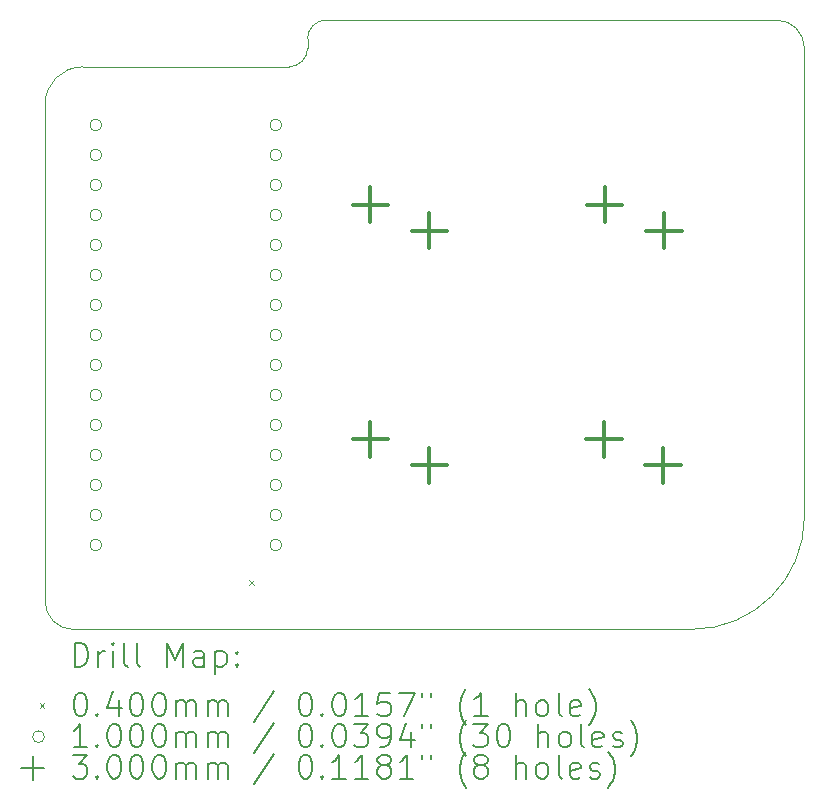
<source format=gbr>
%FSLAX45Y45*%
G04 Gerber Fmt 4.5, Leading zero omitted, Abs format (unit mm)*
G04 Created by KiCad (PCBNEW (6.0.5)) date 2022-09-29 17:00:37*
%MOMM*%
%LPD*%
G01*
G04 APERTURE LIST*
%TA.AperFunction,Profile*%
%ADD10C,0.100000*%
%TD*%
%ADD11C,0.200000*%
%ADD12C,0.040000*%
%ADD13C,0.100000*%
%ADD14C,0.300000*%
G04 APERTURE END LIST*
D10*
X12065000Y-6667500D02*
X15875000Y-6667500D01*
X11906250Y-6905625D02*
X11906250Y-6826250D01*
X10001250Y-7064375D02*
X11747500Y-7064375D01*
X11747500Y-7064375D02*
G75*
G03*
X11906250Y-6905625I0J158750D01*
G01*
X12065000Y-6667500D02*
G75*
G03*
X11906250Y-6826250I0J-158750D01*
G01*
X9683750Y-11588750D02*
X9683750Y-7381875D01*
X10001250Y-7064375D02*
G75*
G03*
X9683750Y-7381875I0J-317500D01*
G01*
X16113125Y-6905625D02*
G75*
G03*
X15875000Y-6667500I-238125J0D01*
G01*
X9921875Y-11826875D02*
X15160625Y-11826875D01*
X16113125Y-10874375D02*
X16113125Y-6905625D01*
X9683750Y-11588750D02*
G75*
G03*
X9921875Y-11826875I238125J0D01*
G01*
X15160625Y-11826875D02*
G75*
G03*
X16113125Y-10874375I0J952500D01*
G01*
D11*
D12*
X11410000Y-11410000D02*
X11450000Y-11450000D01*
X11450000Y-11410000D02*
X11410000Y-11450000D01*
D13*
X10163375Y-7556995D02*
G75*
G03*
X10163375Y-7556995I-50000J0D01*
G01*
X10163375Y-7810995D02*
G75*
G03*
X10163375Y-7810995I-50000J0D01*
G01*
X10163375Y-8064995D02*
G75*
G03*
X10163375Y-8064995I-50000J0D01*
G01*
X10163375Y-8318995D02*
G75*
G03*
X10163375Y-8318995I-50000J0D01*
G01*
X10163375Y-8572995D02*
G75*
G03*
X10163375Y-8572995I-50000J0D01*
G01*
X10163375Y-8826995D02*
G75*
G03*
X10163375Y-8826995I-50000J0D01*
G01*
X10163375Y-9080995D02*
G75*
G03*
X10163375Y-9080995I-50000J0D01*
G01*
X10163375Y-9334995D02*
G75*
G03*
X10163375Y-9334995I-50000J0D01*
G01*
X10163375Y-9588995D02*
G75*
G03*
X10163375Y-9588995I-50000J0D01*
G01*
X10163375Y-9842995D02*
G75*
G03*
X10163375Y-9842995I-50000J0D01*
G01*
X10163375Y-10096995D02*
G75*
G03*
X10163375Y-10096995I-50000J0D01*
G01*
X10163375Y-10350995D02*
G75*
G03*
X10163375Y-10350995I-50000J0D01*
G01*
X10163375Y-10604995D02*
G75*
G03*
X10163375Y-10604995I-50000J0D01*
G01*
X10163375Y-10858995D02*
G75*
G03*
X10163375Y-10858995I-50000J0D01*
G01*
X10163375Y-11112995D02*
G75*
G03*
X10163375Y-11112995I-50000J0D01*
G01*
X11687375Y-7556995D02*
G75*
G03*
X11687375Y-7556995I-50000J0D01*
G01*
X11687375Y-7810995D02*
G75*
G03*
X11687375Y-7810995I-50000J0D01*
G01*
X11687375Y-8064995D02*
G75*
G03*
X11687375Y-8064995I-50000J0D01*
G01*
X11687375Y-8318995D02*
G75*
G03*
X11687375Y-8318995I-50000J0D01*
G01*
X11687375Y-8572995D02*
G75*
G03*
X11687375Y-8572995I-50000J0D01*
G01*
X11687375Y-8826995D02*
G75*
G03*
X11687375Y-8826995I-50000J0D01*
G01*
X11687375Y-9080995D02*
G75*
G03*
X11687375Y-9080995I-50000J0D01*
G01*
X11687375Y-9334995D02*
G75*
G03*
X11687375Y-9334995I-50000J0D01*
G01*
X11687375Y-9588995D02*
G75*
G03*
X11687375Y-9588995I-50000J0D01*
G01*
X11687375Y-9842995D02*
G75*
G03*
X11687375Y-9842995I-50000J0D01*
G01*
X11687375Y-10096995D02*
G75*
G03*
X11687375Y-10096995I-50000J0D01*
G01*
X11687375Y-10350995D02*
G75*
G03*
X11687375Y-10350995I-50000J0D01*
G01*
X11687375Y-10604995D02*
G75*
G03*
X11687375Y-10604995I-50000J0D01*
G01*
X11687375Y-10858995D02*
G75*
G03*
X11687375Y-10858995I-50000J0D01*
G01*
X11687375Y-11112995D02*
G75*
G03*
X11687375Y-11112995I-50000J0D01*
G01*
D14*
X12438125Y-8080000D02*
X12438125Y-8380000D01*
X12288125Y-8230000D02*
X12588125Y-8230000D01*
X12438125Y-10067500D02*
X12438125Y-10367500D01*
X12288125Y-10217500D02*
X12588125Y-10217500D01*
X12938125Y-8300000D02*
X12938125Y-8600000D01*
X12788125Y-8450000D02*
X13088125Y-8450000D01*
X12938125Y-10287500D02*
X12938125Y-10587500D01*
X12788125Y-10437500D02*
X13088125Y-10437500D01*
X14416875Y-10067500D02*
X14416875Y-10367500D01*
X14266875Y-10217500D02*
X14566875Y-10217500D01*
X14422500Y-8080000D02*
X14422500Y-8380000D01*
X14272500Y-8230000D02*
X14572500Y-8230000D01*
X14916875Y-10287500D02*
X14916875Y-10587500D01*
X14766875Y-10437500D02*
X15066875Y-10437500D01*
X14922500Y-8300000D02*
X14922500Y-8600000D01*
X14772500Y-8450000D02*
X15072500Y-8450000D01*
D11*
X9936369Y-12142351D02*
X9936369Y-11942351D01*
X9983988Y-11942351D01*
X10012560Y-11951875D01*
X10031607Y-11970923D01*
X10041131Y-11989970D01*
X10050655Y-12028065D01*
X10050655Y-12056637D01*
X10041131Y-12094732D01*
X10031607Y-12113780D01*
X10012560Y-12132827D01*
X9983988Y-12142351D01*
X9936369Y-12142351D01*
X10136369Y-12142351D02*
X10136369Y-12009018D01*
X10136369Y-12047113D02*
X10145893Y-12028065D01*
X10155417Y-12018542D01*
X10174464Y-12009018D01*
X10193512Y-12009018D01*
X10260179Y-12142351D02*
X10260179Y-12009018D01*
X10260179Y-11942351D02*
X10250655Y-11951875D01*
X10260179Y-11961399D01*
X10269702Y-11951875D01*
X10260179Y-11942351D01*
X10260179Y-11961399D01*
X10383988Y-12142351D02*
X10364940Y-12132827D01*
X10355417Y-12113780D01*
X10355417Y-11942351D01*
X10488750Y-12142351D02*
X10469702Y-12132827D01*
X10460179Y-12113780D01*
X10460179Y-11942351D01*
X10717321Y-12142351D02*
X10717321Y-11942351D01*
X10783988Y-12085208D01*
X10850655Y-11942351D01*
X10850655Y-12142351D01*
X11031607Y-12142351D02*
X11031607Y-12037589D01*
X11022083Y-12018542D01*
X11003036Y-12009018D01*
X10964940Y-12009018D01*
X10945893Y-12018542D01*
X11031607Y-12132827D02*
X11012560Y-12142351D01*
X10964940Y-12142351D01*
X10945893Y-12132827D01*
X10936369Y-12113780D01*
X10936369Y-12094732D01*
X10945893Y-12075684D01*
X10964940Y-12066161D01*
X11012560Y-12066161D01*
X11031607Y-12056637D01*
X11126845Y-12009018D02*
X11126845Y-12209018D01*
X11126845Y-12018542D02*
X11145893Y-12009018D01*
X11183988Y-12009018D01*
X11203036Y-12018542D01*
X11212559Y-12028065D01*
X11222083Y-12047113D01*
X11222083Y-12104256D01*
X11212559Y-12123303D01*
X11203036Y-12132827D01*
X11183988Y-12142351D01*
X11145893Y-12142351D01*
X11126845Y-12132827D01*
X11307798Y-12123303D02*
X11317321Y-12132827D01*
X11307798Y-12142351D01*
X11298274Y-12132827D01*
X11307798Y-12123303D01*
X11307798Y-12142351D01*
X11307798Y-12018542D02*
X11317321Y-12028065D01*
X11307798Y-12037589D01*
X11298274Y-12028065D01*
X11307798Y-12018542D01*
X11307798Y-12037589D01*
D12*
X9638750Y-12451875D02*
X9678750Y-12491875D01*
X9678750Y-12451875D02*
X9638750Y-12491875D01*
D11*
X9974464Y-12362351D02*
X9993512Y-12362351D01*
X10012560Y-12371875D01*
X10022083Y-12381399D01*
X10031607Y-12400446D01*
X10041131Y-12438542D01*
X10041131Y-12486161D01*
X10031607Y-12524256D01*
X10022083Y-12543303D01*
X10012560Y-12552827D01*
X9993512Y-12562351D01*
X9974464Y-12562351D01*
X9955417Y-12552827D01*
X9945893Y-12543303D01*
X9936369Y-12524256D01*
X9926845Y-12486161D01*
X9926845Y-12438542D01*
X9936369Y-12400446D01*
X9945893Y-12381399D01*
X9955417Y-12371875D01*
X9974464Y-12362351D01*
X10126845Y-12543303D02*
X10136369Y-12552827D01*
X10126845Y-12562351D01*
X10117321Y-12552827D01*
X10126845Y-12543303D01*
X10126845Y-12562351D01*
X10307798Y-12429018D02*
X10307798Y-12562351D01*
X10260179Y-12352827D02*
X10212560Y-12495684D01*
X10336369Y-12495684D01*
X10450655Y-12362351D02*
X10469702Y-12362351D01*
X10488750Y-12371875D01*
X10498274Y-12381399D01*
X10507798Y-12400446D01*
X10517321Y-12438542D01*
X10517321Y-12486161D01*
X10507798Y-12524256D01*
X10498274Y-12543303D01*
X10488750Y-12552827D01*
X10469702Y-12562351D01*
X10450655Y-12562351D01*
X10431607Y-12552827D01*
X10422083Y-12543303D01*
X10412560Y-12524256D01*
X10403036Y-12486161D01*
X10403036Y-12438542D01*
X10412560Y-12400446D01*
X10422083Y-12381399D01*
X10431607Y-12371875D01*
X10450655Y-12362351D01*
X10641131Y-12362351D02*
X10660179Y-12362351D01*
X10679226Y-12371875D01*
X10688750Y-12381399D01*
X10698274Y-12400446D01*
X10707798Y-12438542D01*
X10707798Y-12486161D01*
X10698274Y-12524256D01*
X10688750Y-12543303D01*
X10679226Y-12552827D01*
X10660179Y-12562351D01*
X10641131Y-12562351D01*
X10622083Y-12552827D01*
X10612560Y-12543303D01*
X10603036Y-12524256D01*
X10593512Y-12486161D01*
X10593512Y-12438542D01*
X10603036Y-12400446D01*
X10612560Y-12381399D01*
X10622083Y-12371875D01*
X10641131Y-12362351D01*
X10793512Y-12562351D02*
X10793512Y-12429018D01*
X10793512Y-12448065D02*
X10803036Y-12438542D01*
X10822083Y-12429018D01*
X10850655Y-12429018D01*
X10869702Y-12438542D01*
X10879226Y-12457589D01*
X10879226Y-12562351D01*
X10879226Y-12457589D02*
X10888750Y-12438542D01*
X10907798Y-12429018D01*
X10936369Y-12429018D01*
X10955417Y-12438542D01*
X10964940Y-12457589D01*
X10964940Y-12562351D01*
X11060179Y-12562351D02*
X11060179Y-12429018D01*
X11060179Y-12448065D02*
X11069702Y-12438542D01*
X11088750Y-12429018D01*
X11117321Y-12429018D01*
X11136369Y-12438542D01*
X11145893Y-12457589D01*
X11145893Y-12562351D01*
X11145893Y-12457589D02*
X11155417Y-12438542D01*
X11174464Y-12429018D01*
X11203036Y-12429018D01*
X11222083Y-12438542D01*
X11231607Y-12457589D01*
X11231607Y-12562351D01*
X11622083Y-12352827D02*
X11450655Y-12609970D01*
X11879226Y-12362351D02*
X11898274Y-12362351D01*
X11917321Y-12371875D01*
X11926845Y-12381399D01*
X11936369Y-12400446D01*
X11945893Y-12438542D01*
X11945893Y-12486161D01*
X11936369Y-12524256D01*
X11926845Y-12543303D01*
X11917321Y-12552827D01*
X11898274Y-12562351D01*
X11879226Y-12562351D01*
X11860178Y-12552827D01*
X11850655Y-12543303D01*
X11841131Y-12524256D01*
X11831607Y-12486161D01*
X11831607Y-12438542D01*
X11841131Y-12400446D01*
X11850655Y-12381399D01*
X11860178Y-12371875D01*
X11879226Y-12362351D01*
X12031607Y-12543303D02*
X12041131Y-12552827D01*
X12031607Y-12562351D01*
X12022083Y-12552827D01*
X12031607Y-12543303D01*
X12031607Y-12562351D01*
X12164940Y-12362351D02*
X12183988Y-12362351D01*
X12203036Y-12371875D01*
X12212559Y-12381399D01*
X12222083Y-12400446D01*
X12231607Y-12438542D01*
X12231607Y-12486161D01*
X12222083Y-12524256D01*
X12212559Y-12543303D01*
X12203036Y-12552827D01*
X12183988Y-12562351D01*
X12164940Y-12562351D01*
X12145893Y-12552827D01*
X12136369Y-12543303D01*
X12126845Y-12524256D01*
X12117321Y-12486161D01*
X12117321Y-12438542D01*
X12126845Y-12400446D01*
X12136369Y-12381399D01*
X12145893Y-12371875D01*
X12164940Y-12362351D01*
X12422083Y-12562351D02*
X12307798Y-12562351D01*
X12364940Y-12562351D02*
X12364940Y-12362351D01*
X12345893Y-12390923D01*
X12326845Y-12409970D01*
X12307798Y-12419494D01*
X12603036Y-12362351D02*
X12507798Y-12362351D01*
X12498274Y-12457589D01*
X12507798Y-12448065D01*
X12526845Y-12438542D01*
X12574464Y-12438542D01*
X12593512Y-12448065D01*
X12603036Y-12457589D01*
X12612559Y-12476637D01*
X12612559Y-12524256D01*
X12603036Y-12543303D01*
X12593512Y-12552827D01*
X12574464Y-12562351D01*
X12526845Y-12562351D01*
X12507798Y-12552827D01*
X12498274Y-12543303D01*
X12679226Y-12362351D02*
X12812559Y-12362351D01*
X12726845Y-12562351D01*
X12879226Y-12362351D02*
X12879226Y-12400446D01*
X12955417Y-12362351D02*
X12955417Y-12400446D01*
X13250655Y-12638542D02*
X13241131Y-12629018D01*
X13222083Y-12600446D01*
X13212559Y-12581399D01*
X13203036Y-12552827D01*
X13193512Y-12505208D01*
X13193512Y-12467113D01*
X13203036Y-12419494D01*
X13212559Y-12390923D01*
X13222083Y-12371875D01*
X13241131Y-12343303D01*
X13250655Y-12333780D01*
X13431607Y-12562351D02*
X13317321Y-12562351D01*
X13374464Y-12562351D02*
X13374464Y-12362351D01*
X13355417Y-12390923D01*
X13336369Y-12409970D01*
X13317321Y-12419494D01*
X13669702Y-12562351D02*
X13669702Y-12362351D01*
X13755417Y-12562351D02*
X13755417Y-12457589D01*
X13745893Y-12438542D01*
X13726845Y-12429018D01*
X13698274Y-12429018D01*
X13679226Y-12438542D01*
X13669702Y-12448065D01*
X13879226Y-12562351D02*
X13860178Y-12552827D01*
X13850655Y-12543303D01*
X13841131Y-12524256D01*
X13841131Y-12467113D01*
X13850655Y-12448065D01*
X13860178Y-12438542D01*
X13879226Y-12429018D01*
X13907798Y-12429018D01*
X13926845Y-12438542D01*
X13936369Y-12448065D01*
X13945893Y-12467113D01*
X13945893Y-12524256D01*
X13936369Y-12543303D01*
X13926845Y-12552827D01*
X13907798Y-12562351D01*
X13879226Y-12562351D01*
X14060178Y-12562351D02*
X14041131Y-12552827D01*
X14031607Y-12533780D01*
X14031607Y-12362351D01*
X14212559Y-12552827D02*
X14193512Y-12562351D01*
X14155417Y-12562351D01*
X14136369Y-12552827D01*
X14126845Y-12533780D01*
X14126845Y-12457589D01*
X14136369Y-12438542D01*
X14155417Y-12429018D01*
X14193512Y-12429018D01*
X14212559Y-12438542D01*
X14222083Y-12457589D01*
X14222083Y-12476637D01*
X14126845Y-12495684D01*
X14288750Y-12638542D02*
X14298274Y-12629018D01*
X14317321Y-12600446D01*
X14326845Y-12581399D01*
X14336369Y-12552827D01*
X14345893Y-12505208D01*
X14345893Y-12467113D01*
X14336369Y-12419494D01*
X14326845Y-12390923D01*
X14317321Y-12371875D01*
X14298274Y-12343303D01*
X14288750Y-12333780D01*
D13*
X9678750Y-12735875D02*
G75*
G03*
X9678750Y-12735875I-50000J0D01*
G01*
D11*
X10041131Y-12826351D02*
X9926845Y-12826351D01*
X9983988Y-12826351D02*
X9983988Y-12626351D01*
X9964940Y-12654923D01*
X9945893Y-12673970D01*
X9926845Y-12683494D01*
X10126845Y-12807303D02*
X10136369Y-12816827D01*
X10126845Y-12826351D01*
X10117321Y-12816827D01*
X10126845Y-12807303D01*
X10126845Y-12826351D01*
X10260179Y-12626351D02*
X10279226Y-12626351D01*
X10298274Y-12635875D01*
X10307798Y-12645399D01*
X10317321Y-12664446D01*
X10326845Y-12702542D01*
X10326845Y-12750161D01*
X10317321Y-12788256D01*
X10307798Y-12807303D01*
X10298274Y-12816827D01*
X10279226Y-12826351D01*
X10260179Y-12826351D01*
X10241131Y-12816827D01*
X10231607Y-12807303D01*
X10222083Y-12788256D01*
X10212560Y-12750161D01*
X10212560Y-12702542D01*
X10222083Y-12664446D01*
X10231607Y-12645399D01*
X10241131Y-12635875D01*
X10260179Y-12626351D01*
X10450655Y-12626351D02*
X10469702Y-12626351D01*
X10488750Y-12635875D01*
X10498274Y-12645399D01*
X10507798Y-12664446D01*
X10517321Y-12702542D01*
X10517321Y-12750161D01*
X10507798Y-12788256D01*
X10498274Y-12807303D01*
X10488750Y-12816827D01*
X10469702Y-12826351D01*
X10450655Y-12826351D01*
X10431607Y-12816827D01*
X10422083Y-12807303D01*
X10412560Y-12788256D01*
X10403036Y-12750161D01*
X10403036Y-12702542D01*
X10412560Y-12664446D01*
X10422083Y-12645399D01*
X10431607Y-12635875D01*
X10450655Y-12626351D01*
X10641131Y-12626351D02*
X10660179Y-12626351D01*
X10679226Y-12635875D01*
X10688750Y-12645399D01*
X10698274Y-12664446D01*
X10707798Y-12702542D01*
X10707798Y-12750161D01*
X10698274Y-12788256D01*
X10688750Y-12807303D01*
X10679226Y-12816827D01*
X10660179Y-12826351D01*
X10641131Y-12826351D01*
X10622083Y-12816827D01*
X10612560Y-12807303D01*
X10603036Y-12788256D01*
X10593512Y-12750161D01*
X10593512Y-12702542D01*
X10603036Y-12664446D01*
X10612560Y-12645399D01*
X10622083Y-12635875D01*
X10641131Y-12626351D01*
X10793512Y-12826351D02*
X10793512Y-12693018D01*
X10793512Y-12712065D02*
X10803036Y-12702542D01*
X10822083Y-12693018D01*
X10850655Y-12693018D01*
X10869702Y-12702542D01*
X10879226Y-12721589D01*
X10879226Y-12826351D01*
X10879226Y-12721589D02*
X10888750Y-12702542D01*
X10907798Y-12693018D01*
X10936369Y-12693018D01*
X10955417Y-12702542D01*
X10964940Y-12721589D01*
X10964940Y-12826351D01*
X11060179Y-12826351D02*
X11060179Y-12693018D01*
X11060179Y-12712065D02*
X11069702Y-12702542D01*
X11088750Y-12693018D01*
X11117321Y-12693018D01*
X11136369Y-12702542D01*
X11145893Y-12721589D01*
X11145893Y-12826351D01*
X11145893Y-12721589D02*
X11155417Y-12702542D01*
X11174464Y-12693018D01*
X11203036Y-12693018D01*
X11222083Y-12702542D01*
X11231607Y-12721589D01*
X11231607Y-12826351D01*
X11622083Y-12616827D02*
X11450655Y-12873970D01*
X11879226Y-12626351D02*
X11898274Y-12626351D01*
X11917321Y-12635875D01*
X11926845Y-12645399D01*
X11936369Y-12664446D01*
X11945893Y-12702542D01*
X11945893Y-12750161D01*
X11936369Y-12788256D01*
X11926845Y-12807303D01*
X11917321Y-12816827D01*
X11898274Y-12826351D01*
X11879226Y-12826351D01*
X11860178Y-12816827D01*
X11850655Y-12807303D01*
X11841131Y-12788256D01*
X11831607Y-12750161D01*
X11831607Y-12702542D01*
X11841131Y-12664446D01*
X11850655Y-12645399D01*
X11860178Y-12635875D01*
X11879226Y-12626351D01*
X12031607Y-12807303D02*
X12041131Y-12816827D01*
X12031607Y-12826351D01*
X12022083Y-12816827D01*
X12031607Y-12807303D01*
X12031607Y-12826351D01*
X12164940Y-12626351D02*
X12183988Y-12626351D01*
X12203036Y-12635875D01*
X12212559Y-12645399D01*
X12222083Y-12664446D01*
X12231607Y-12702542D01*
X12231607Y-12750161D01*
X12222083Y-12788256D01*
X12212559Y-12807303D01*
X12203036Y-12816827D01*
X12183988Y-12826351D01*
X12164940Y-12826351D01*
X12145893Y-12816827D01*
X12136369Y-12807303D01*
X12126845Y-12788256D01*
X12117321Y-12750161D01*
X12117321Y-12702542D01*
X12126845Y-12664446D01*
X12136369Y-12645399D01*
X12145893Y-12635875D01*
X12164940Y-12626351D01*
X12298274Y-12626351D02*
X12422083Y-12626351D01*
X12355417Y-12702542D01*
X12383988Y-12702542D01*
X12403036Y-12712065D01*
X12412559Y-12721589D01*
X12422083Y-12740637D01*
X12422083Y-12788256D01*
X12412559Y-12807303D01*
X12403036Y-12816827D01*
X12383988Y-12826351D01*
X12326845Y-12826351D01*
X12307798Y-12816827D01*
X12298274Y-12807303D01*
X12517321Y-12826351D02*
X12555417Y-12826351D01*
X12574464Y-12816827D01*
X12583988Y-12807303D01*
X12603036Y-12778732D01*
X12612559Y-12740637D01*
X12612559Y-12664446D01*
X12603036Y-12645399D01*
X12593512Y-12635875D01*
X12574464Y-12626351D01*
X12536369Y-12626351D01*
X12517321Y-12635875D01*
X12507798Y-12645399D01*
X12498274Y-12664446D01*
X12498274Y-12712065D01*
X12507798Y-12731113D01*
X12517321Y-12740637D01*
X12536369Y-12750161D01*
X12574464Y-12750161D01*
X12593512Y-12740637D01*
X12603036Y-12731113D01*
X12612559Y-12712065D01*
X12783988Y-12693018D02*
X12783988Y-12826351D01*
X12736369Y-12616827D02*
X12688750Y-12759684D01*
X12812559Y-12759684D01*
X12879226Y-12626351D02*
X12879226Y-12664446D01*
X12955417Y-12626351D02*
X12955417Y-12664446D01*
X13250655Y-12902542D02*
X13241131Y-12893018D01*
X13222083Y-12864446D01*
X13212559Y-12845399D01*
X13203036Y-12816827D01*
X13193512Y-12769208D01*
X13193512Y-12731113D01*
X13203036Y-12683494D01*
X13212559Y-12654923D01*
X13222083Y-12635875D01*
X13241131Y-12607303D01*
X13250655Y-12597780D01*
X13307798Y-12626351D02*
X13431607Y-12626351D01*
X13364940Y-12702542D01*
X13393512Y-12702542D01*
X13412559Y-12712065D01*
X13422083Y-12721589D01*
X13431607Y-12740637D01*
X13431607Y-12788256D01*
X13422083Y-12807303D01*
X13412559Y-12816827D01*
X13393512Y-12826351D01*
X13336369Y-12826351D01*
X13317321Y-12816827D01*
X13307798Y-12807303D01*
X13555417Y-12626351D02*
X13574464Y-12626351D01*
X13593512Y-12635875D01*
X13603036Y-12645399D01*
X13612559Y-12664446D01*
X13622083Y-12702542D01*
X13622083Y-12750161D01*
X13612559Y-12788256D01*
X13603036Y-12807303D01*
X13593512Y-12816827D01*
X13574464Y-12826351D01*
X13555417Y-12826351D01*
X13536369Y-12816827D01*
X13526845Y-12807303D01*
X13517321Y-12788256D01*
X13507798Y-12750161D01*
X13507798Y-12702542D01*
X13517321Y-12664446D01*
X13526845Y-12645399D01*
X13536369Y-12635875D01*
X13555417Y-12626351D01*
X13860178Y-12826351D02*
X13860178Y-12626351D01*
X13945893Y-12826351D02*
X13945893Y-12721589D01*
X13936369Y-12702542D01*
X13917321Y-12693018D01*
X13888750Y-12693018D01*
X13869702Y-12702542D01*
X13860178Y-12712065D01*
X14069702Y-12826351D02*
X14050655Y-12816827D01*
X14041131Y-12807303D01*
X14031607Y-12788256D01*
X14031607Y-12731113D01*
X14041131Y-12712065D01*
X14050655Y-12702542D01*
X14069702Y-12693018D01*
X14098274Y-12693018D01*
X14117321Y-12702542D01*
X14126845Y-12712065D01*
X14136369Y-12731113D01*
X14136369Y-12788256D01*
X14126845Y-12807303D01*
X14117321Y-12816827D01*
X14098274Y-12826351D01*
X14069702Y-12826351D01*
X14250655Y-12826351D02*
X14231607Y-12816827D01*
X14222083Y-12797780D01*
X14222083Y-12626351D01*
X14403036Y-12816827D02*
X14383988Y-12826351D01*
X14345893Y-12826351D01*
X14326845Y-12816827D01*
X14317321Y-12797780D01*
X14317321Y-12721589D01*
X14326845Y-12702542D01*
X14345893Y-12693018D01*
X14383988Y-12693018D01*
X14403036Y-12702542D01*
X14412559Y-12721589D01*
X14412559Y-12740637D01*
X14317321Y-12759684D01*
X14488750Y-12816827D02*
X14507798Y-12826351D01*
X14545893Y-12826351D01*
X14564940Y-12816827D01*
X14574464Y-12797780D01*
X14574464Y-12788256D01*
X14564940Y-12769208D01*
X14545893Y-12759684D01*
X14517321Y-12759684D01*
X14498274Y-12750161D01*
X14488750Y-12731113D01*
X14488750Y-12721589D01*
X14498274Y-12702542D01*
X14517321Y-12693018D01*
X14545893Y-12693018D01*
X14564940Y-12702542D01*
X14641131Y-12902542D02*
X14650655Y-12893018D01*
X14669702Y-12864446D01*
X14679226Y-12845399D01*
X14688750Y-12816827D01*
X14698274Y-12769208D01*
X14698274Y-12731113D01*
X14688750Y-12683494D01*
X14679226Y-12654923D01*
X14669702Y-12635875D01*
X14650655Y-12607303D01*
X14641131Y-12597780D01*
X9578750Y-12899875D02*
X9578750Y-13099875D01*
X9478750Y-12999875D02*
X9678750Y-12999875D01*
X9917321Y-12890351D02*
X10041131Y-12890351D01*
X9974464Y-12966542D01*
X10003036Y-12966542D01*
X10022083Y-12976065D01*
X10031607Y-12985589D01*
X10041131Y-13004637D01*
X10041131Y-13052256D01*
X10031607Y-13071303D01*
X10022083Y-13080827D01*
X10003036Y-13090351D01*
X9945893Y-13090351D01*
X9926845Y-13080827D01*
X9917321Y-13071303D01*
X10126845Y-13071303D02*
X10136369Y-13080827D01*
X10126845Y-13090351D01*
X10117321Y-13080827D01*
X10126845Y-13071303D01*
X10126845Y-13090351D01*
X10260179Y-12890351D02*
X10279226Y-12890351D01*
X10298274Y-12899875D01*
X10307798Y-12909399D01*
X10317321Y-12928446D01*
X10326845Y-12966542D01*
X10326845Y-13014161D01*
X10317321Y-13052256D01*
X10307798Y-13071303D01*
X10298274Y-13080827D01*
X10279226Y-13090351D01*
X10260179Y-13090351D01*
X10241131Y-13080827D01*
X10231607Y-13071303D01*
X10222083Y-13052256D01*
X10212560Y-13014161D01*
X10212560Y-12966542D01*
X10222083Y-12928446D01*
X10231607Y-12909399D01*
X10241131Y-12899875D01*
X10260179Y-12890351D01*
X10450655Y-12890351D02*
X10469702Y-12890351D01*
X10488750Y-12899875D01*
X10498274Y-12909399D01*
X10507798Y-12928446D01*
X10517321Y-12966542D01*
X10517321Y-13014161D01*
X10507798Y-13052256D01*
X10498274Y-13071303D01*
X10488750Y-13080827D01*
X10469702Y-13090351D01*
X10450655Y-13090351D01*
X10431607Y-13080827D01*
X10422083Y-13071303D01*
X10412560Y-13052256D01*
X10403036Y-13014161D01*
X10403036Y-12966542D01*
X10412560Y-12928446D01*
X10422083Y-12909399D01*
X10431607Y-12899875D01*
X10450655Y-12890351D01*
X10641131Y-12890351D02*
X10660179Y-12890351D01*
X10679226Y-12899875D01*
X10688750Y-12909399D01*
X10698274Y-12928446D01*
X10707798Y-12966542D01*
X10707798Y-13014161D01*
X10698274Y-13052256D01*
X10688750Y-13071303D01*
X10679226Y-13080827D01*
X10660179Y-13090351D01*
X10641131Y-13090351D01*
X10622083Y-13080827D01*
X10612560Y-13071303D01*
X10603036Y-13052256D01*
X10593512Y-13014161D01*
X10593512Y-12966542D01*
X10603036Y-12928446D01*
X10612560Y-12909399D01*
X10622083Y-12899875D01*
X10641131Y-12890351D01*
X10793512Y-13090351D02*
X10793512Y-12957018D01*
X10793512Y-12976065D02*
X10803036Y-12966542D01*
X10822083Y-12957018D01*
X10850655Y-12957018D01*
X10869702Y-12966542D01*
X10879226Y-12985589D01*
X10879226Y-13090351D01*
X10879226Y-12985589D02*
X10888750Y-12966542D01*
X10907798Y-12957018D01*
X10936369Y-12957018D01*
X10955417Y-12966542D01*
X10964940Y-12985589D01*
X10964940Y-13090351D01*
X11060179Y-13090351D02*
X11060179Y-12957018D01*
X11060179Y-12976065D02*
X11069702Y-12966542D01*
X11088750Y-12957018D01*
X11117321Y-12957018D01*
X11136369Y-12966542D01*
X11145893Y-12985589D01*
X11145893Y-13090351D01*
X11145893Y-12985589D02*
X11155417Y-12966542D01*
X11174464Y-12957018D01*
X11203036Y-12957018D01*
X11222083Y-12966542D01*
X11231607Y-12985589D01*
X11231607Y-13090351D01*
X11622083Y-12880827D02*
X11450655Y-13137970D01*
X11879226Y-12890351D02*
X11898274Y-12890351D01*
X11917321Y-12899875D01*
X11926845Y-12909399D01*
X11936369Y-12928446D01*
X11945893Y-12966542D01*
X11945893Y-13014161D01*
X11936369Y-13052256D01*
X11926845Y-13071303D01*
X11917321Y-13080827D01*
X11898274Y-13090351D01*
X11879226Y-13090351D01*
X11860178Y-13080827D01*
X11850655Y-13071303D01*
X11841131Y-13052256D01*
X11831607Y-13014161D01*
X11831607Y-12966542D01*
X11841131Y-12928446D01*
X11850655Y-12909399D01*
X11860178Y-12899875D01*
X11879226Y-12890351D01*
X12031607Y-13071303D02*
X12041131Y-13080827D01*
X12031607Y-13090351D01*
X12022083Y-13080827D01*
X12031607Y-13071303D01*
X12031607Y-13090351D01*
X12231607Y-13090351D02*
X12117321Y-13090351D01*
X12174464Y-13090351D02*
X12174464Y-12890351D01*
X12155417Y-12918923D01*
X12136369Y-12937970D01*
X12117321Y-12947494D01*
X12422083Y-13090351D02*
X12307798Y-13090351D01*
X12364940Y-13090351D02*
X12364940Y-12890351D01*
X12345893Y-12918923D01*
X12326845Y-12937970D01*
X12307798Y-12947494D01*
X12536369Y-12976065D02*
X12517321Y-12966542D01*
X12507798Y-12957018D01*
X12498274Y-12937970D01*
X12498274Y-12928446D01*
X12507798Y-12909399D01*
X12517321Y-12899875D01*
X12536369Y-12890351D01*
X12574464Y-12890351D01*
X12593512Y-12899875D01*
X12603036Y-12909399D01*
X12612559Y-12928446D01*
X12612559Y-12937970D01*
X12603036Y-12957018D01*
X12593512Y-12966542D01*
X12574464Y-12976065D01*
X12536369Y-12976065D01*
X12517321Y-12985589D01*
X12507798Y-12995113D01*
X12498274Y-13014161D01*
X12498274Y-13052256D01*
X12507798Y-13071303D01*
X12517321Y-13080827D01*
X12536369Y-13090351D01*
X12574464Y-13090351D01*
X12593512Y-13080827D01*
X12603036Y-13071303D01*
X12612559Y-13052256D01*
X12612559Y-13014161D01*
X12603036Y-12995113D01*
X12593512Y-12985589D01*
X12574464Y-12976065D01*
X12803036Y-13090351D02*
X12688750Y-13090351D01*
X12745893Y-13090351D02*
X12745893Y-12890351D01*
X12726845Y-12918923D01*
X12707798Y-12937970D01*
X12688750Y-12947494D01*
X12879226Y-12890351D02*
X12879226Y-12928446D01*
X12955417Y-12890351D02*
X12955417Y-12928446D01*
X13250655Y-13166542D02*
X13241131Y-13157018D01*
X13222083Y-13128446D01*
X13212559Y-13109399D01*
X13203036Y-13080827D01*
X13193512Y-13033208D01*
X13193512Y-12995113D01*
X13203036Y-12947494D01*
X13212559Y-12918923D01*
X13222083Y-12899875D01*
X13241131Y-12871303D01*
X13250655Y-12861780D01*
X13355417Y-12976065D02*
X13336369Y-12966542D01*
X13326845Y-12957018D01*
X13317321Y-12937970D01*
X13317321Y-12928446D01*
X13326845Y-12909399D01*
X13336369Y-12899875D01*
X13355417Y-12890351D01*
X13393512Y-12890351D01*
X13412559Y-12899875D01*
X13422083Y-12909399D01*
X13431607Y-12928446D01*
X13431607Y-12937970D01*
X13422083Y-12957018D01*
X13412559Y-12966542D01*
X13393512Y-12976065D01*
X13355417Y-12976065D01*
X13336369Y-12985589D01*
X13326845Y-12995113D01*
X13317321Y-13014161D01*
X13317321Y-13052256D01*
X13326845Y-13071303D01*
X13336369Y-13080827D01*
X13355417Y-13090351D01*
X13393512Y-13090351D01*
X13412559Y-13080827D01*
X13422083Y-13071303D01*
X13431607Y-13052256D01*
X13431607Y-13014161D01*
X13422083Y-12995113D01*
X13412559Y-12985589D01*
X13393512Y-12976065D01*
X13669702Y-13090351D02*
X13669702Y-12890351D01*
X13755417Y-13090351D02*
X13755417Y-12985589D01*
X13745893Y-12966542D01*
X13726845Y-12957018D01*
X13698274Y-12957018D01*
X13679226Y-12966542D01*
X13669702Y-12976065D01*
X13879226Y-13090351D02*
X13860178Y-13080827D01*
X13850655Y-13071303D01*
X13841131Y-13052256D01*
X13841131Y-12995113D01*
X13850655Y-12976065D01*
X13860178Y-12966542D01*
X13879226Y-12957018D01*
X13907798Y-12957018D01*
X13926845Y-12966542D01*
X13936369Y-12976065D01*
X13945893Y-12995113D01*
X13945893Y-13052256D01*
X13936369Y-13071303D01*
X13926845Y-13080827D01*
X13907798Y-13090351D01*
X13879226Y-13090351D01*
X14060178Y-13090351D02*
X14041131Y-13080827D01*
X14031607Y-13061780D01*
X14031607Y-12890351D01*
X14212559Y-13080827D02*
X14193512Y-13090351D01*
X14155417Y-13090351D01*
X14136369Y-13080827D01*
X14126845Y-13061780D01*
X14126845Y-12985589D01*
X14136369Y-12966542D01*
X14155417Y-12957018D01*
X14193512Y-12957018D01*
X14212559Y-12966542D01*
X14222083Y-12985589D01*
X14222083Y-13004637D01*
X14126845Y-13023684D01*
X14298274Y-13080827D02*
X14317321Y-13090351D01*
X14355417Y-13090351D01*
X14374464Y-13080827D01*
X14383988Y-13061780D01*
X14383988Y-13052256D01*
X14374464Y-13033208D01*
X14355417Y-13023684D01*
X14326845Y-13023684D01*
X14307798Y-13014161D01*
X14298274Y-12995113D01*
X14298274Y-12985589D01*
X14307798Y-12966542D01*
X14326845Y-12957018D01*
X14355417Y-12957018D01*
X14374464Y-12966542D01*
X14450655Y-13166542D02*
X14460178Y-13157018D01*
X14479226Y-13128446D01*
X14488750Y-13109399D01*
X14498274Y-13080827D01*
X14507798Y-13033208D01*
X14507798Y-12995113D01*
X14498274Y-12947494D01*
X14488750Y-12918923D01*
X14479226Y-12899875D01*
X14460178Y-12871303D01*
X14450655Y-12861780D01*
M02*

</source>
